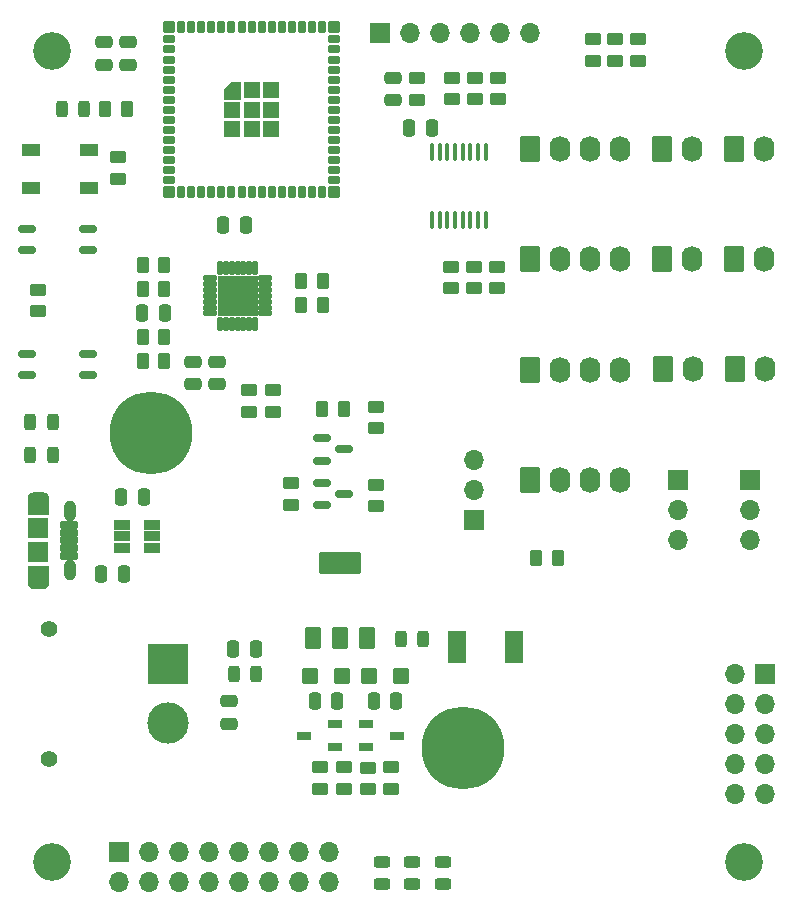
<source format=gbr>
%TF.GenerationSoftware,KiCad,Pcbnew,8.0.2*%
%TF.CreationDate,2024-07-11T10:11:00+02:00*%
%TF.ProjectId,HomeAssistant,486f6d65-4173-4736-9973-74616e742e6b,0.1*%
%TF.SameCoordinates,Original*%
%TF.FileFunction,Soldermask,Top*%
%TF.FilePolarity,Negative*%
%FSLAX46Y46*%
G04 Gerber Fmt 4.6, Leading zero omitted, Abs format (unit mm)*
G04 Created by KiCad (PCBNEW 8.0.2) date 2024-07-11 10:11:00*
%MOMM*%
%LPD*%
G01*
G04 APERTURE LIST*
G04 Aperture macros list*
%AMRoundRect*
0 Rectangle with rounded corners*
0 $1 Rounding radius*
0 $2 $3 $4 $5 $6 $7 $8 $9 X,Y pos of 4 corners*
0 Add a 4 corners polygon primitive as box body*
4,1,4,$2,$3,$4,$5,$6,$7,$8,$9,$2,$3,0*
0 Add four circle primitives for the rounded corners*
1,1,$1+$1,$2,$3*
1,1,$1+$1,$4,$5*
1,1,$1+$1,$6,$7*
1,1,$1+$1,$8,$9*
0 Add four rect primitives between the rounded corners*
20,1,$1+$1,$2,$3,$4,$5,0*
20,1,$1+$1,$4,$5,$6,$7,0*
20,1,$1+$1,$6,$7,$8,$9,0*
20,1,$1+$1,$8,$9,$2,$3,0*%
G04 Aperture macros list end*
%ADD10C,0.010000*%
%ADD11RoundRect,0.250000X0.450000X-0.262500X0.450000X0.262500X-0.450000X0.262500X-0.450000X-0.262500X0*%
%ADD12RoundRect,0.250000X0.475000X-0.250000X0.475000X0.250000X-0.475000X0.250000X-0.475000X-0.250000X0*%
%ADD13RoundRect,0.250000X0.450000X0.425000X-0.450000X0.425000X-0.450000X-0.425000X0.450000X-0.425000X0*%
%ADD14RoundRect,0.150000X-0.587500X-0.150000X0.587500X-0.150000X0.587500X0.150000X-0.587500X0.150000X0*%
%ADD15RoundRect,0.250000X0.250000X0.475000X-0.250000X0.475000X-0.250000X-0.475000X0.250000X-0.475000X0*%
%ADD16R,1.500000X2.700000*%
%ADD17RoundRect,0.100000X0.100000X-0.637500X0.100000X0.637500X-0.100000X0.637500X-0.100000X-0.637500X0*%
%ADD18RoundRect,0.102000X-0.400000X-0.200000X0.400000X-0.200000X0.400000X0.200000X-0.400000X0.200000X0*%
%ADD19RoundRect,0.102000X-0.200000X-0.400000X0.200000X-0.400000X0.200000X0.400000X-0.200000X0.400000X0*%
%ADD20RoundRect,0.102000X-0.600000X-0.600000X0.600000X-0.600000X0.600000X0.600000X-0.600000X0.600000X0*%
%ADD21RoundRect,0.102000X-0.400000X-0.400000X0.400000X-0.400000X0.400000X0.400000X-0.400000X0.400000X0*%
%ADD22RoundRect,0.102000X0.600000X-0.800000X0.600000X0.800000X-0.600000X0.800000X-0.600000X-0.800000X0*%
%ADD23RoundRect,0.102000X1.650000X-0.800000X1.650000X0.800000X-1.650000X0.800000X-1.650000X-0.800000X0*%
%ADD24RoundRect,0.250000X-0.450000X0.262500X-0.450000X-0.262500X0.450000X-0.262500X0.450000X0.262500X0*%
%ADD25R,1.500000X1.000000*%
%ADD26RoundRect,0.250000X-0.475000X0.250000X-0.475000X-0.250000X0.475000X-0.250000X0.475000X0.250000X0*%
%ADD27RoundRect,0.243750X-0.243750X-0.456250X0.243750X-0.456250X0.243750X0.456250X-0.243750X0.456250X0*%
%ADD28R,1.700000X1.700000*%
%ADD29O,1.700000X1.700000*%
%ADD30C,3.200000*%
%ADD31RoundRect,0.250000X-0.250000X-0.475000X0.250000X-0.475000X0.250000X0.475000X-0.250000X0.475000X0*%
%ADD32RoundRect,0.250000X-0.262500X-0.450000X0.262500X-0.450000X0.262500X0.450000X-0.262500X0.450000X0*%
%ADD33C,7.000000*%
%ADD34RoundRect,0.250000X-0.620000X-0.845000X0.620000X-0.845000X0.620000X0.845000X-0.620000X0.845000X0*%
%ADD35O,1.740000X2.190000*%
%ADD36R,1.220000X0.650000*%
%ADD37RoundRect,0.175000X0.550000X0.175000X-0.550000X0.175000X-0.550000X-0.175000X0.550000X-0.175000X0*%
%ADD38RoundRect,0.250000X-0.450000X-0.425000X0.450000X-0.425000X0.450000X0.425000X-0.450000X0.425000X0*%
%ADD39RoundRect,0.250000X0.262500X0.450000X-0.262500X0.450000X-0.262500X-0.450000X0.262500X-0.450000X0*%
%ADD40RoundRect,0.055580X0.651420X0.341420X-0.651420X0.341420X-0.651420X-0.341420X0.651420X-0.341420X0*%
%ADD41RoundRect,0.243750X0.456250X-0.243750X0.456250X0.243750X-0.456250X0.243750X-0.456250X-0.243750X0*%
%ADD42RoundRect,0.243750X0.243750X0.456250X-0.243750X0.456250X-0.243750X-0.456250X0.243750X-0.456250X0*%
%ADD43RoundRect,0.102000X-0.675000X0.200000X-0.675000X-0.200000X0.675000X-0.200000X0.675000X0.200000X0*%
%ADD44O,1.004000X1.804000*%
%ADD45O,1.704000X0.954000*%
%ADD46RoundRect,0.102000X-0.775000X0.750000X-0.775000X-0.750000X0.775000X-0.750000X0.775000X0.750000X0*%
%ADD47RoundRect,0.102000X-0.135000X0.495000X-0.135000X-0.495000X0.135000X-0.495000X0.135000X0.495000X0*%
%ADD48RoundRect,0.102000X-0.495000X0.135000X-0.495000X-0.135000X0.495000X-0.135000X0.495000X0.135000X0*%
%ADD49RoundRect,0.102000X-1.625000X1.625000X-1.625000X-1.625000X1.625000X-1.625000X1.625000X1.625000X0*%
%ADD50C,1.400000*%
%ADD51R,3.500000X3.500000*%
%ADD52C,3.500000*%
G04 APERTURE END LIST*
D10*
%TO.C,U1*%
X84140000Y-57200000D02*
X82740000Y-57200000D01*
X82740000Y-56450000D01*
X83390000Y-55800000D01*
X84140000Y-55800000D01*
X84140000Y-57200000D01*
G36*
X84140000Y-57200000D02*
G01*
X82740000Y-57200000D01*
X82740000Y-56450000D01*
X83390000Y-55800000D01*
X84140000Y-55800000D01*
X84140000Y-57200000D01*
G37*
%TO.C,J1*%
X67875000Y-98145000D02*
X67874000Y-98171000D01*
X67872000Y-98197000D01*
X67869000Y-98223000D01*
X67864000Y-98249000D01*
X67858000Y-98274000D01*
X67851000Y-98300000D01*
X67842000Y-98324000D01*
X67832000Y-98348000D01*
X67821000Y-98372000D01*
X67808000Y-98395000D01*
X67794000Y-98417000D01*
X67780000Y-98439000D01*
X67764000Y-98460000D01*
X67747000Y-98480000D01*
X67729000Y-98499000D01*
X67710000Y-98517000D01*
X67690000Y-98534000D01*
X67669000Y-98550000D01*
X67647000Y-98564000D01*
X67625000Y-98578000D01*
X67602000Y-98591000D01*
X67578000Y-98602000D01*
X67554000Y-98612000D01*
X67530000Y-98621000D01*
X67504000Y-98628000D01*
X67479000Y-98634000D01*
X67453000Y-98639000D01*
X67427000Y-98642000D01*
X67401000Y-98644000D01*
X67375000Y-98645000D01*
X66625000Y-98645000D01*
X66599000Y-98644000D01*
X66573000Y-98642000D01*
X66547000Y-98639000D01*
X66521000Y-98634000D01*
X66496000Y-98628000D01*
X66470000Y-98621000D01*
X66446000Y-98612000D01*
X66422000Y-98602000D01*
X66398000Y-98591000D01*
X66375000Y-98578000D01*
X66353000Y-98564000D01*
X66331000Y-98550000D01*
X66310000Y-98534000D01*
X66290000Y-98517000D01*
X66271000Y-98499000D01*
X66253000Y-98480000D01*
X66236000Y-98460000D01*
X66220000Y-98439000D01*
X66206000Y-98417000D01*
X66192000Y-98395000D01*
X66179000Y-98372000D01*
X66168000Y-98348000D01*
X66158000Y-98324000D01*
X66149000Y-98300000D01*
X66142000Y-98274000D01*
X66136000Y-98249000D01*
X66131000Y-98223000D01*
X66128000Y-98197000D01*
X66126000Y-98171000D01*
X66125000Y-98145000D01*
X66125000Y-96800000D01*
X67875000Y-96800000D01*
X67875000Y-98145000D01*
G36*
X67875000Y-98145000D02*
G01*
X67874000Y-98171000D01*
X67872000Y-98197000D01*
X67869000Y-98223000D01*
X67864000Y-98249000D01*
X67858000Y-98274000D01*
X67851000Y-98300000D01*
X67842000Y-98324000D01*
X67832000Y-98348000D01*
X67821000Y-98372000D01*
X67808000Y-98395000D01*
X67794000Y-98417000D01*
X67780000Y-98439000D01*
X67764000Y-98460000D01*
X67747000Y-98480000D01*
X67729000Y-98499000D01*
X67710000Y-98517000D01*
X67690000Y-98534000D01*
X67669000Y-98550000D01*
X67647000Y-98564000D01*
X67625000Y-98578000D01*
X67602000Y-98591000D01*
X67578000Y-98602000D01*
X67554000Y-98612000D01*
X67530000Y-98621000D01*
X67504000Y-98628000D01*
X67479000Y-98634000D01*
X67453000Y-98639000D01*
X67427000Y-98642000D01*
X67401000Y-98644000D01*
X67375000Y-98645000D01*
X66625000Y-98645000D01*
X66599000Y-98644000D01*
X66573000Y-98642000D01*
X66547000Y-98639000D01*
X66521000Y-98634000D01*
X66496000Y-98628000D01*
X66470000Y-98621000D01*
X66446000Y-98612000D01*
X66422000Y-98602000D01*
X66398000Y-98591000D01*
X66375000Y-98578000D01*
X66353000Y-98564000D01*
X66331000Y-98550000D01*
X66310000Y-98534000D01*
X66290000Y-98517000D01*
X66271000Y-98499000D01*
X66253000Y-98480000D01*
X66236000Y-98460000D01*
X66220000Y-98439000D01*
X66206000Y-98417000D01*
X66192000Y-98395000D01*
X66179000Y-98372000D01*
X66168000Y-98348000D01*
X66158000Y-98324000D01*
X66149000Y-98300000D01*
X66142000Y-98274000D01*
X66136000Y-98249000D01*
X66131000Y-98223000D01*
X66128000Y-98197000D01*
X66126000Y-98171000D01*
X66125000Y-98145000D01*
X66125000Y-96800000D01*
X67875000Y-96800000D01*
X67875000Y-98145000D01*
G37*
X67401000Y-90556000D02*
X67427000Y-90558000D01*
X67453000Y-90561000D01*
X67479000Y-90566000D01*
X67504000Y-90572000D01*
X67530000Y-90579000D01*
X67554000Y-90588000D01*
X67578000Y-90598000D01*
X67602000Y-90609000D01*
X67625000Y-90622000D01*
X67647000Y-90636000D01*
X67669000Y-90650000D01*
X67690000Y-90666000D01*
X67710000Y-90683000D01*
X67729000Y-90701000D01*
X67747000Y-90720000D01*
X67764000Y-90740000D01*
X67780000Y-90761000D01*
X67794000Y-90783000D01*
X67808000Y-90805000D01*
X67821000Y-90828000D01*
X67832000Y-90852000D01*
X67842000Y-90876000D01*
X67851000Y-90900000D01*
X67858000Y-90926000D01*
X67864000Y-90951000D01*
X67869000Y-90977000D01*
X67872000Y-91003000D01*
X67874000Y-91029000D01*
X67875000Y-91055000D01*
X67875000Y-92400000D01*
X66125000Y-92400000D01*
X66125000Y-91055000D01*
X66126000Y-91029000D01*
X66128000Y-91003000D01*
X66131000Y-90977000D01*
X66136000Y-90951000D01*
X66142000Y-90926000D01*
X66149000Y-90900000D01*
X66158000Y-90876000D01*
X66168000Y-90852000D01*
X66179000Y-90828000D01*
X66192000Y-90805000D01*
X66206000Y-90783000D01*
X66220000Y-90761000D01*
X66236000Y-90740000D01*
X66253000Y-90720000D01*
X66271000Y-90701000D01*
X66290000Y-90683000D01*
X66310000Y-90666000D01*
X66331000Y-90650000D01*
X66353000Y-90636000D01*
X66375000Y-90622000D01*
X66398000Y-90609000D01*
X66422000Y-90598000D01*
X66446000Y-90588000D01*
X66470000Y-90579000D01*
X66496000Y-90572000D01*
X66521000Y-90566000D01*
X66547000Y-90561000D01*
X66573000Y-90558000D01*
X66599000Y-90556000D01*
X66625000Y-90555000D01*
X67375000Y-90555000D01*
X67401000Y-90556000D01*
G36*
X67401000Y-90556000D02*
G01*
X67427000Y-90558000D01*
X67453000Y-90561000D01*
X67479000Y-90566000D01*
X67504000Y-90572000D01*
X67530000Y-90579000D01*
X67554000Y-90588000D01*
X67578000Y-90598000D01*
X67602000Y-90609000D01*
X67625000Y-90622000D01*
X67647000Y-90636000D01*
X67669000Y-90650000D01*
X67690000Y-90666000D01*
X67710000Y-90683000D01*
X67729000Y-90701000D01*
X67747000Y-90720000D01*
X67764000Y-90740000D01*
X67780000Y-90761000D01*
X67794000Y-90783000D01*
X67808000Y-90805000D01*
X67821000Y-90828000D01*
X67832000Y-90852000D01*
X67842000Y-90876000D01*
X67851000Y-90900000D01*
X67858000Y-90926000D01*
X67864000Y-90951000D01*
X67869000Y-90977000D01*
X67872000Y-91003000D01*
X67874000Y-91029000D01*
X67875000Y-91055000D01*
X67875000Y-92400000D01*
X66125000Y-92400000D01*
X66125000Y-91055000D01*
X66126000Y-91029000D01*
X66128000Y-91003000D01*
X66131000Y-90977000D01*
X66136000Y-90951000D01*
X66142000Y-90926000D01*
X66149000Y-90900000D01*
X66158000Y-90876000D01*
X66168000Y-90852000D01*
X66179000Y-90828000D01*
X66192000Y-90805000D01*
X66206000Y-90783000D01*
X66220000Y-90761000D01*
X66236000Y-90740000D01*
X66253000Y-90720000D01*
X66271000Y-90701000D01*
X66290000Y-90683000D01*
X66310000Y-90666000D01*
X66331000Y-90650000D01*
X66353000Y-90636000D01*
X66375000Y-90622000D01*
X66398000Y-90609000D01*
X66422000Y-90598000D01*
X66446000Y-90588000D01*
X66470000Y-90579000D01*
X66496000Y-90572000D01*
X66521000Y-90566000D01*
X66547000Y-90561000D01*
X66573000Y-90558000D01*
X66599000Y-90556000D01*
X66625000Y-90555000D01*
X67375000Y-90555000D01*
X67401000Y-90556000D01*
G37*
%TD*%
D11*
%TO.C,R26*%
X105950000Y-57262500D03*
X105950000Y-55437500D03*
%TD*%
D12*
%TO.C,C9*%
X74600000Y-54350000D03*
X74600000Y-52450000D03*
%TD*%
D13*
%TO.C,C4*%
X97750000Y-106100000D03*
X95050000Y-106100000D03*
%TD*%
D14*
%TO.C,Q1*%
X91062500Y-85950000D03*
X91062500Y-87850000D03*
X92937500Y-86900000D03*
%TD*%
D12*
%TO.C,C13*%
X80100000Y-81400000D03*
X80100000Y-79500000D03*
%TD*%
D15*
%TO.C,C3*%
X97350000Y-108200000D03*
X95450000Y-108200000D03*
%TD*%
D16*
%TO.C,D3*%
X102500000Y-103600000D03*
X107300000Y-103600000D03*
%TD*%
D17*
%TO.C,U7*%
X100375000Y-67462500D03*
X101025000Y-67462500D03*
X101675000Y-67462500D03*
X102325000Y-67462500D03*
X102975000Y-67462500D03*
X103625000Y-67462500D03*
X104275000Y-67462500D03*
X104925000Y-67462500D03*
X104925000Y-61737500D03*
X104275000Y-61737500D03*
X103625000Y-61737500D03*
X102975000Y-61737500D03*
X102325000Y-61737500D03*
X101675000Y-61737500D03*
X101025000Y-61737500D03*
X100375000Y-61737500D03*
%TD*%
D18*
%TO.C,U1*%
X78090000Y-52200000D03*
X78090000Y-53050000D03*
X78090000Y-53900000D03*
X78090000Y-54750000D03*
X78090000Y-55600000D03*
X78090000Y-56450000D03*
X78090000Y-57300000D03*
X78090000Y-58150000D03*
X78090000Y-59000000D03*
X78090000Y-59850000D03*
X78090000Y-60700000D03*
X78090000Y-61550000D03*
X78090000Y-62400000D03*
X78090000Y-63250000D03*
X78090000Y-64100000D03*
D19*
X79140000Y-65150000D03*
X79990000Y-65150000D03*
X80840000Y-65150000D03*
X81690000Y-65150000D03*
X82540000Y-65150000D03*
X83390000Y-65150000D03*
X84240000Y-65150000D03*
X85090000Y-65150000D03*
X85940000Y-65150000D03*
X86790000Y-65150000D03*
X87640000Y-65150000D03*
X88490000Y-65150000D03*
X89340000Y-65150000D03*
X90190000Y-65150000D03*
X91040000Y-65150000D03*
D18*
X92090000Y-64100000D03*
X92090000Y-63250000D03*
X92090000Y-62400000D03*
X92090000Y-61550000D03*
X92090000Y-60700000D03*
X92090000Y-59850000D03*
X92090000Y-59000000D03*
X92090000Y-58150000D03*
X92090000Y-57300000D03*
X92090000Y-56450000D03*
X92090000Y-55600000D03*
X92090000Y-54750000D03*
X92090000Y-53900000D03*
X92090000Y-53050000D03*
X92090000Y-52200000D03*
D19*
X91040000Y-51150000D03*
X90190000Y-51150000D03*
X89340000Y-51150000D03*
X88490000Y-51150000D03*
X87640000Y-51150000D03*
X86790000Y-51150000D03*
X85940000Y-51150000D03*
X85090000Y-51150000D03*
X84240000Y-51150000D03*
X83390000Y-51150000D03*
X82540000Y-51150000D03*
X81690000Y-51150000D03*
X80840000Y-51150000D03*
X79990000Y-51150000D03*
X79140000Y-51150000D03*
D20*
X85090000Y-58150000D03*
X83440000Y-58150000D03*
X83440000Y-59800000D03*
X85090000Y-59800000D03*
X86740000Y-59800000D03*
X86740000Y-58150000D03*
X86740000Y-56500000D03*
X85090000Y-56500000D03*
D21*
X78090000Y-51150000D03*
X78090000Y-65150000D03*
X92090000Y-65150000D03*
X92090000Y-51150000D03*
%TD*%
D14*
%TO.C,Q2*%
X91062500Y-89750000D03*
X91062500Y-91650000D03*
X92937500Y-90700000D03*
%TD*%
D15*
%TO.C,C12*%
X77750000Y-75383000D03*
X75850000Y-75383000D03*
%TD*%
D22*
%TO.C,U3*%
X90300000Y-102900000D03*
X92600000Y-102900000D03*
D23*
X92600000Y-96500000D03*
D22*
X94900000Y-102900000D03*
%TD*%
D24*
%TO.C,R15*%
X95600000Y-83287500D03*
X95600000Y-85112500D03*
%TD*%
D25*
%TO.C,D5*%
X66450000Y-61600000D03*
X66450000Y-64800000D03*
X71350000Y-64800000D03*
X71350000Y-61600000D03*
%TD*%
D26*
%TO.C,C6*%
X83200000Y-108250000D03*
X83200000Y-110150000D03*
%TD*%
D27*
%TO.C,D20*%
X66362500Y-87400000D03*
X68237500Y-87400000D03*
%TD*%
D24*
%TO.C,R24*%
X103900000Y-71437500D03*
X103900000Y-73262500D03*
%TD*%
D28*
%TO.C,JP3*%
X103950000Y-92915000D03*
D29*
X103950000Y-90375000D03*
X103950000Y-87835000D03*
%TD*%
D30*
%TO.C,H2*%
X68200000Y-53200000D03*
%TD*%
D31*
%TO.C,C27*%
X72350000Y-97500000D03*
X74250000Y-97500000D03*
%TD*%
D28*
%TO.C,J4*%
X73825000Y-121010000D03*
D29*
X73825000Y-123550000D03*
X76365000Y-121010000D03*
X76365000Y-123550000D03*
X78905000Y-121010000D03*
X78905000Y-123550000D03*
X81445000Y-121010000D03*
X81445000Y-123550000D03*
X83985000Y-121010000D03*
X83985000Y-123550000D03*
X86525000Y-121010000D03*
X86525000Y-123550000D03*
X89065000Y-121010000D03*
X89065000Y-123550000D03*
X91605000Y-121010000D03*
X91605000Y-123550000D03*
%TD*%
D27*
%TO.C,D19*%
X66362500Y-84600000D03*
X68237500Y-84600000D03*
%TD*%
D12*
%TO.C,C8*%
X72600000Y-54350000D03*
X72600000Y-52450000D03*
%TD*%
D32*
%TO.C,R9*%
X89287500Y-72665500D03*
X91112500Y-72665500D03*
%TD*%
D33*
%TO.C,H5*%
X76600000Y-85500000D03*
%TD*%
D34*
%TO.C,J9*%
X119880000Y-61450000D03*
D35*
X122420000Y-61450000D03*
%TD*%
D34*
%TO.C,J12*%
X108680000Y-61450000D03*
D35*
X111220000Y-61450000D03*
X113760000Y-61450000D03*
X116300000Y-61450000D03*
%TD*%
D34*
%TO.C,J8*%
X125980000Y-80120000D03*
D35*
X128520000Y-80120000D03*
%TD*%
D36*
%TO.C,Q9*%
X92120000Y-112100000D03*
X92120000Y-110200000D03*
X89500000Y-111150000D03*
%TD*%
D28*
%TO.C,J5*%
X128550000Y-105950000D03*
D29*
X126010000Y-105950000D03*
X128550000Y-108490000D03*
X126010000Y-108490000D03*
X128550000Y-111030000D03*
X126010000Y-111030000D03*
X128550000Y-113570000D03*
X126010000Y-113570000D03*
X128550000Y-116110000D03*
X126010000Y-116110000D03*
%TD*%
D37*
%TO.C,SW2*%
X66117000Y-70011000D03*
X66117000Y-68211000D03*
X71267000Y-70011000D03*
X71267000Y-68211000D03*
%TD*%
D34*
%TO.C,J11*%
X119890000Y-80120000D03*
D35*
X122430000Y-80120000D03*
%TD*%
D28*
%TO.C,JP1*%
X127250000Y-89525000D03*
D29*
X127250000Y-92065000D03*
X127250000Y-94605000D03*
%TD*%
D26*
%TO.C,C10*%
X97100000Y-55450000D03*
X97100000Y-57350000D03*
%TD*%
D32*
%TO.C,R7*%
X75887500Y-77400000D03*
X77712500Y-77400000D03*
%TD*%
D36*
%TO.C,Q10*%
X94800000Y-110200000D03*
X94800000Y-112100000D03*
X97420000Y-111150000D03*
%TD*%
D31*
%TO.C,C28*%
X98450000Y-59700000D03*
X100350000Y-59700000D03*
%TD*%
D37*
%TO.C,SW1*%
X66117000Y-80611000D03*
X66117000Y-78811000D03*
X71267000Y-80611000D03*
X71267000Y-78811000D03*
%TD*%
D24*
%TO.C,R40*%
X114000000Y-52187500D03*
X114000000Y-54012500D03*
%TD*%
%TO.C,R53*%
X67000000Y-73387500D03*
X67000000Y-75212500D03*
%TD*%
%TO.C,R23*%
X101950000Y-71437500D03*
X101950000Y-73262500D03*
%TD*%
D38*
%TO.C,C1*%
X90050000Y-106100000D03*
X92750000Y-106100000D03*
%TD*%
D32*
%TO.C,R10*%
X89287500Y-74697500D03*
X91112500Y-74697500D03*
%TD*%
D39*
%TO.C,R14*%
X77712500Y-73351000D03*
X75887500Y-73351000D03*
%TD*%
D40*
%TO.C,U4*%
X76655000Y-95220000D03*
X76655000Y-94270000D03*
X76655000Y-93320000D03*
X74145000Y-93320000D03*
X74145000Y-94270000D03*
X74145000Y-95220000D03*
%TD*%
D41*
%TO.C,D17*%
X98700000Y-123687500D03*
X98700000Y-121812500D03*
%TD*%
D15*
%TO.C,C7*%
X85450000Y-103800000D03*
X83550000Y-103800000D03*
%TD*%
D28*
%TO.C,JP2*%
X121200000Y-89500000D03*
D29*
X121200000Y-92040000D03*
X121200000Y-94580000D03*
%TD*%
D11*
%TO.C,R4*%
X86900000Y-83712500D03*
X86900000Y-81887500D03*
%TD*%
D34*
%TO.C,J14*%
X108700000Y-80150000D03*
D35*
X111240000Y-80150000D03*
X113780000Y-80150000D03*
X116320000Y-80150000D03*
%TD*%
D42*
%TO.C,F1*%
X99637500Y-103000000D03*
X97762500Y-103000000D03*
%TD*%
D30*
%TO.C,H4*%
X126800000Y-53200000D03*
%TD*%
D24*
%TO.C,R57*%
X96910000Y-113837500D03*
X96910000Y-115662500D03*
%TD*%
D39*
%TO.C,R5*%
X74512500Y-58050000D03*
X72687500Y-58050000D03*
%TD*%
D28*
%TO.C,J3*%
X95975000Y-51675000D03*
D29*
X98515000Y-51675000D03*
X101055000Y-51675000D03*
X103595000Y-51675000D03*
X106135000Y-51675000D03*
X108675000Y-51675000D03*
%TD*%
D34*
%TO.C,J10*%
X119860000Y-70800000D03*
D35*
X122400000Y-70800000D03*
%TD*%
D24*
%TO.C,R38*%
X117800000Y-52187500D03*
X117800000Y-54012500D03*
%TD*%
D31*
%TO.C,C2*%
X90450000Y-108200000D03*
X92350000Y-108200000D03*
%TD*%
%TO.C,C11*%
X82700000Y-67900000D03*
X84600000Y-67900000D03*
%TD*%
D39*
%TO.C,R8*%
X77712500Y-79432000D03*
X75887500Y-79432000D03*
%TD*%
D31*
%TO.C,C5*%
X74050000Y-90975000D03*
X75950000Y-90975000D03*
%TD*%
D34*
%TO.C,J6*%
X125960000Y-61450000D03*
D35*
X128500000Y-61450000D03*
%TD*%
D43*
%TO.C,J1*%
X69675000Y-93300000D03*
X69675000Y-93950000D03*
X69675000Y-94600000D03*
X69675000Y-95250000D03*
X69675000Y-95900000D03*
D44*
X69700000Y-92100000D03*
X69700000Y-97100000D03*
D45*
X67000000Y-91075000D03*
D46*
X67000000Y-93600000D03*
X67000000Y-95600000D03*
D45*
X67000000Y-98125000D03*
%TD*%
D11*
%TO.C,R56*%
X90910000Y-115662500D03*
X90910000Y-113837500D03*
%TD*%
D32*
%TO.C,R13*%
X75887500Y-71319000D03*
X77712500Y-71319000D03*
%TD*%
D24*
%TO.C,R54*%
X73800000Y-62187500D03*
X73800000Y-64012500D03*
%TD*%
D11*
%TO.C,R1*%
X84900000Y-83712500D03*
X84900000Y-81887500D03*
%TD*%
D47*
%TO.C,U2*%
X85400000Y-71540000D03*
X84900000Y-71540000D03*
X84400000Y-71540000D03*
X83900000Y-71540000D03*
X83400000Y-71540000D03*
X82900000Y-71540000D03*
X82400000Y-71540000D03*
D48*
X81540000Y-72400000D03*
X81540000Y-72900000D03*
X81540000Y-73400000D03*
X81540000Y-73900000D03*
X81540000Y-74400000D03*
X81540000Y-74900000D03*
X81540000Y-75400000D03*
D47*
X82400000Y-76260000D03*
X82900000Y-76260000D03*
X83400000Y-76260000D03*
X83900000Y-76260000D03*
X84400000Y-76260000D03*
X84900000Y-76260000D03*
X85400000Y-76260000D03*
D48*
X86260000Y-75400000D03*
X86260000Y-74900000D03*
X86260000Y-74400000D03*
X86260000Y-73900000D03*
X86260000Y-73400000D03*
X86260000Y-72900000D03*
X86260000Y-72400000D03*
D49*
X83900000Y-73900000D03*
%TD*%
D32*
%TO.C,R42*%
X109187500Y-96100000D03*
X111012500Y-96100000D03*
%TD*%
D34*
%TO.C,J7*%
X125960000Y-70800000D03*
D35*
X128500000Y-70800000D03*
%TD*%
D24*
%TO.C,R36*%
X115900000Y-52187500D03*
X115900000Y-54012500D03*
%TD*%
D50*
%TO.C,J2*%
X67975000Y-113100000D03*
X67975000Y-102100000D03*
D51*
X77975000Y-105100000D03*
D52*
X77975000Y-110100000D03*
%TD*%
D24*
%TO.C,R58*%
X92910000Y-113837500D03*
X92910000Y-115662500D03*
%TD*%
D11*
%TO.C,R55*%
X94910000Y-115675000D03*
X94910000Y-113850000D03*
%TD*%
%TO.C,R6*%
X99132000Y-57312500D03*
X99132000Y-55487500D03*
%TD*%
D34*
%TO.C,J15*%
X108700000Y-89470000D03*
D35*
X111240000Y-89470000D03*
X113780000Y-89470000D03*
X116320000Y-89470000D03*
%TD*%
D41*
%TO.C,D18*%
X96100000Y-123687500D03*
X96100000Y-121812500D03*
%TD*%
D12*
%TO.C,C14*%
X82200000Y-81400000D03*
X82200000Y-79500000D03*
%TD*%
D39*
%TO.C,R11*%
X92912500Y-83500000D03*
X91087500Y-83500000D03*
%TD*%
D11*
%TO.C,R27*%
X104000000Y-57262500D03*
X104000000Y-55437500D03*
%TD*%
D27*
%TO.C,FB1*%
X83562500Y-105900000D03*
X85437500Y-105900000D03*
%TD*%
D30*
%TO.C,H1*%
X126800000Y-121800000D03*
%TD*%
D27*
%TO.C,D4*%
X69012500Y-58050000D03*
X70887500Y-58050000D03*
%TD*%
D11*
%TO.C,R28*%
X102050000Y-57262500D03*
X102050000Y-55437500D03*
%TD*%
D33*
%TO.C,H6*%
X103000000Y-112200000D03*
%TD*%
D24*
%TO.C,R16*%
X95600000Y-89887500D03*
X95600000Y-91712500D03*
%TD*%
D11*
%TO.C,R12*%
X88400000Y-91612500D03*
X88400000Y-89787500D03*
%TD*%
D30*
%TO.C,H3*%
X68200000Y-121800000D03*
%TD*%
D24*
%TO.C,R25*%
X105850000Y-71437500D03*
X105850000Y-73262500D03*
%TD*%
D34*
%TO.C,J13*%
X108670000Y-70830000D03*
D35*
X111210000Y-70830000D03*
X113750000Y-70830000D03*
X116290000Y-70830000D03*
%TD*%
D41*
%TO.C,D16*%
X101300000Y-123687500D03*
X101300000Y-121812500D03*
%TD*%
M02*

</source>
